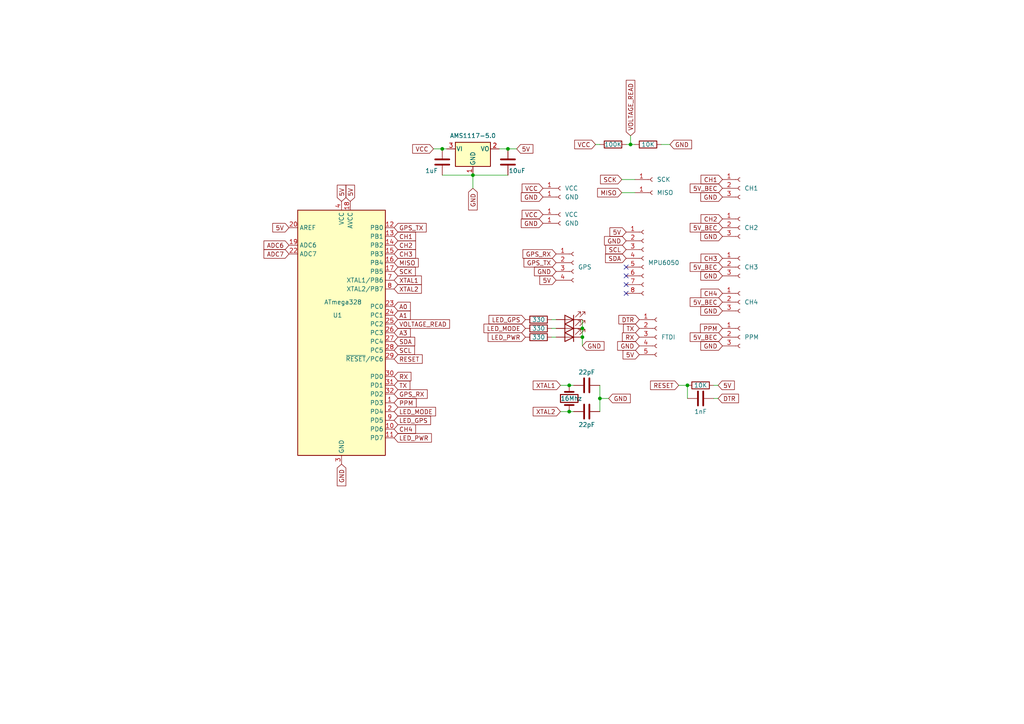
<source format=kicad_sch>
(kicad_sch (version 20211123) (generator eeschema)
  (paper "A4")
  (lib_symbols
    (symbol "Connector:Conn_01x01_Female" (pin_names (offset 1.016) hide)
      (property "Reference" "J" (at 0 2.54 0))
      (property "Value" "Conn_01x01_Female" (at 0 -2.54 0))
      (symbol "Conn_01x01_Female_1_1"
        (polyline (pts (xy -1.27 0) (xy -0.508 0)) (stroke (width 0.1524)))
        (arc (start 0 0.508) (mid -0.508 0) (end 0 -0.508) (stroke (width 0.1524)))
        (pin passive line (at -5.08 0 0) (length 3.81) (name "Pin_1") (number "1"))
      )
    )
    (symbol "Connector:Conn_01x03_Female" (pin_names (offset 1.016) hide)
      (property "Reference" "J" (at 0 5.08 0))
      (property "Value" "Conn_01x03_Female" (at 0 -5.08 0))
      (symbol "Conn_01x03_Female_1_1"
        (arc (start 0 -2.032) (mid -0.508 -2.54) (end 0 -3.048) (stroke (width 0.1524)))
        (polyline (pts (xy -1.27 -2.54) (xy -0.508 -2.54)) (stroke (width 0.1524)))
        (polyline (pts (xy -1.27 0) (xy -0.508 0)) (stroke (width 0.1524)))
        (polyline (pts (xy -1.27 2.54) (xy -0.508 2.54)) (stroke (width 0.1524)))
        (arc (start 0 0.508) (mid -0.508 0) (end 0 -0.508) (stroke (width 0.1524)))
        (arc (start 0 3.048) (mid -0.508 2.54) (end 0 2.032) (stroke (width 0.1524)))
        (pin passive line (at -5.08 2.54 0) (length 3.81) (name "Pin_1") (number "1"))
        (pin passive line (at -5.08 0 0) (length 3.81) (name "Pin_2") (number "2"))
        (pin passive line (at -5.08 -2.54 0) (length 3.81) (name "Pin_3") (number "3"))
      )
    )
    (symbol "Connector:Conn_01x04_Female" (pin_names (offset 1.016) hide)
      (property "Reference" "J" (at 0 5.08 0))
      (property "Value" "Conn_01x04_Female" (at 0 -7.62 0))
      (symbol "Conn_01x04_Female_1_1"
        (arc (start 0 -4.572) (mid -0.508 -5.08) (end 0 -5.588) (stroke (width 0.1524)))
        (arc (start 0 -2.032) (mid -0.508 -2.54) (end 0 -3.048) (stroke (width 0.1524)))
        (polyline (pts (xy -1.27 -5.08) (xy -0.508 -5.08)) (stroke (width 0.1524)))
        (polyline (pts (xy -1.27 -2.54) (xy -0.508 -2.54)) (stroke (width 0.1524)))
        (polyline (pts (xy -1.27 0) (xy -0.508 0)) (stroke (width 0.1524)))
        (polyline (pts (xy -1.27 2.54) (xy -0.508 2.54)) (stroke (width 0.1524)))
        (arc (start 0 0.508) (mid -0.508 0) (end 0 -0.508) (stroke (width 0.1524)))
        (arc (start 0 3.048) (mid -0.508 2.54) (end 0 2.032) (stroke (width 0.1524)))
        (pin passive line (at -5.08 2.54 0) (length 3.81) (name "Pin_1") (number "1"))
        (pin passive line (at -5.08 0 0) (length 3.81) (name "Pin_2") (number "2"))
        (pin passive line (at -5.08 -2.54 0) (length 3.81) (name "Pin_3") (number "3"))
        (pin passive line (at -5.08 -5.08 0) (length 3.81) (name "Pin_4") (number "4"))
      )
    )
    (symbol "Connector:Conn_01x05_Female" (pin_names (offset 1.016) hide)
      (property "Reference" "J" (at 0 7.62 0))
      (property "Value" "Conn_01x05_Female" (at 0 -7.62 0))
      (symbol "Conn_01x05_Female_1_1"
        (arc (start 0 -4.572) (mid -0.508 -5.08) (end 0 -5.588) (stroke (width 0.1524)))
        (arc (start 0 -2.032) (mid -0.508 -2.54) (end 0 -3.048) (stroke (width 0.1524)))
        (polyline (pts (xy -1.27 -5.08) (xy -0.508 -5.08)) (stroke (width 0.1524)))
        (polyline (pts (xy -1.27 -2.54) (xy -0.508 -2.54)) (stroke (width 0.1524)))
        (polyline (pts (xy -1.27 0) (xy -0.508 0)) (stroke (width 0.1524)))
        (polyline (pts (xy -1.27 2.54) (xy -0.508 2.54)) (stroke (width 0.1524)))
        (polyline (pts (xy -1.27 5.08) (xy -0.508 5.08)) (stroke (width 0.1524)))
        (arc (start 0 0.508) (mid -0.508 0) (end 0 -0.508) (stroke (width 0.1524)))
        (arc (start 0 3.048) (mid -0.508 2.54) (end 0 2.032) (stroke (width 0.1524)))
        (arc (start 0 5.588) (mid -0.508 5.08) (end 0 4.572) (stroke (width 0.1524)))
        (pin passive line (at -5.08 5.08 0) (length 3.81) (name "Pin_1") (number "1"))
        (pin passive line (at -5.08 2.54 0) (length 3.81) (name "Pin_2") (number "2"))
        (pin passive line (at -5.08 0 0) (length 3.81) (name "Pin_3") (number "3"))
        (pin passive line (at -5.08 -2.54 0) (length 3.81) (name "Pin_4") (number "4"))
        (pin passive line (at -5.08 -5.08 0) (length 3.81) (name "Pin_5") (number "5"))
      )
    )
    (symbol "Connector:Conn_01x08_Female" (pin_names (offset 1.016) hide)
      (property "Reference" "J" (at 0 10.16 0))
      (property "Value" "Conn_01x08_Female" (at 0 -12.7 0))
      (symbol "Conn_01x08_Female_1_1"
        (arc (start 0 -9.652) (mid -0.508 -10.16) (end 0 -10.668) (stroke (width 0.1524)))
        (arc (start 0 -7.112) (mid -0.508 -7.62) (end 0 -8.128) (stroke (width 0.1524)))
        (arc (start 0 -4.572) (mid -0.508 -5.08) (end 0 -5.588) (stroke (width 0.1524)))
        (arc (start 0 -2.032) (mid -0.508 -2.54) (end 0 -3.048) (stroke (width 0.1524)))
        (polyline (pts (xy -1.27 -10.16) (xy -0.508 -10.16)) (stroke (width 0.1524)))
        (polyline (pts (xy -1.27 -7.62) (xy -0.508 -7.62)) (stroke (width 0.1524)))
        (polyline (pts (xy -1.27 -5.08) (xy -0.508 -5.08)) (stroke (width 0.1524)))
        (polyline (pts (xy -1.27 -2.54) (xy -0.508 -2.54)) (stroke (width 0.1524)))
        (polyline (pts (xy -1.27 0) (xy -0.508 0)) (stroke (width 0.1524)))
        (polyline (pts (xy -1.27 2.54) (xy -0.508 2.54)) (stroke (width 0.1524)))
        (polyline (pts (xy -1.27 5.08) (xy -0.508 5.08)) (stroke (width 0.1524)))
        (polyline (pts (xy -1.27 7.62) (xy -0.508 7.62)) (stroke (width 0.1524)))
        (arc (start 0 0.508) (mid -0.508 0) (end 0 -0.508) (stroke (width 0.1524)))
        (arc (start 0 3.048) (mid -0.508 2.54) (end 0 2.032) (stroke (width 0.1524)))
        (arc (start 0 5.588) (mid -0.508 5.08) (end 0 4.572) (stroke (width 0.1524)))
        (arc (start 0 8.128) (mid -0.508 7.62) (end 0 7.112) (stroke (width 0.1524)))
        (pin passive line (at -5.08 7.62 0) (length 3.81) (name "Pin_1") (number "1"))
        (pin passive line (at -5.08 5.08 0) (length 3.81) (name "Pin_2") (number "2"))
        (pin passive line (at -5.08 2.54 0) (length 3.81) (name "Pin_3") (number "3"))
        (pin passive line (at -5.08 0 0) (length 3.81) (name "Pin_4") (number "4"))
        (pin passive line (at -5.08 -2.54 0) (length 3.81) (name "Pin_5") (number "5"))
        (pin passive line (at -5.08 -5.08 0) (length 3.81) (name "Pin_6") (number "6"))
        (pin passive line (at -5.08 -7.62 0) (length 3.81) (name "Pin_7") (number "7"))
        (pin passive line (at -5.08 -10.16 0) (length 3.81) (name "Pin_8") (number "8"))
      )
    )
    (symbol "Device:C" (pin_numbers hide) (pin_names (offset 0.254))
      (property "Reference" "C" (at 0.635 2.54 0))
      (property "Value" "C" (at 0.635 -2.54 0))
      (symbol "C_0_1"
        (polyline (pts (xy -2.032 -0.762) (xy 2.032 -0.762)) (stroke (width 0.508)))
        (polyline (pts (xy -2.032 0.762) (xy 2.032 0.762)) (stroke (width 0.508)))
      )
      (symbol "C_1_1"
        (pin passive line (at 0 3.81 270) (length 2.794) (name "~") (number "1"))
        (pin passive line (at 0 -3.81 90) (length 2.794) (name "~") (number "2"))
      )
    )
    (symbol "Device:Crystal" (pin_numbers hide) (pin_names (offset 1.016) hide)
      (property "Reference" "Y" (at 0 3.81 0))
      (property "Value" "Crystal" (at 0 -3.81 0))
      (symbol "Crystal_0_1"
        (rectangle (start -1.143 2.54) (end 1.143 -2.54) (stroke (width 0.3048)))
        (polyline (pts (xy -2.54 0) (xy -1.905 0)))
        (polyline (pts (xy -1.905 -1.27) (xy -1.905 1.27)) (stroke (width 0.508)))
        (polyline (pts (xy 1.905 -1.27) (xy 1.905 1.27)) (stroke (width 0.508)))
        (polyline (pts (xy 2.54 0) (xy 1.905 0)))
      )
      (symbol "Crystal_1_1"
        (pin passive line (at -3.81 0 0) (length 1.27) (name "1") (number "1"))
        (pin passive line (at 3.81 0 180) (length 1.27) (name "2") (number "2"))
      )
    )
    (symbol "Device:LED" (pin_numbers hide) (pin_names (offset 1.016) hide)
      (property "Reference" "D" (at 0 2.54 0))
      (property "Value" "LED" (at 0 -2.54 0))
      (symbol "LED_0_1"
        (polyline (pts (xy -1.27 -1.27) (xy -1.27 1.27)) (stroke (width 0.254)))
        (polyline (pts (xy -1.27 0) (xy 1.27 0)))
        (polyline (pts (xy 1.27 -1.27) (xy 1.27 1.27) (xy -1.27 0) (xy 1.27 -1.27)) (stroke (width 0.254)))
        (polyline (pts (xy -3.048 -0.762) (xy -4.572 -2.286) (xy -3.81 -2.286) (xy -4.572 -2.286) (xy -4.572 -1.524)))
        (polyline (pts (xy -1.778 -0.762) (xy -3.302 -2.286) (xy -2.54 -2.286) (xy -3.302 -2.286) (xy -3.302 -1.524)))
      )
      (symbol "LED_1_1"
        (pin passive line (at -3.81 0 0) (length 2.54) (name "K") (number "1"))
        (pin passive line (at 3.81 0 180) (length 2.54) (name "A") (number "2"))
      )
    )
    (symbol "Device:R" (pin_numbers hide) (pin_names (offset 0))
      (property "Reference" "R" (at 2.032 0 90))
      (property "Value" "R" (at 0 0 90))
      (symbol "R_0_1"
        (rectangle (start -1.016 -2.54) (end 1.016 2.54) (stroke (width 0.254)))
      )
      (symbol "R_1_1"
        (pin passive line (at 0 3.81 270) (length 1.27) (name "~") (number "1"))
        (pin passive line (at 0 -3.81 90) (length 1.27) (name "~") (number "2"))
      )
    )
    (symbol "MCU_Microchip_ATmega:ATmega328-A"
      (property "Reference" "U" (at -12.7 36.83 0))
      (property "Value" "ATmega328-A" (at 2.54 -36.83 0))
      (symbol "ATmega328-A_0_1"
        (rectangle (start -12.7 -35.56) (end 12.7 35.56) (stroke (width 0.254)) (fill (type background)))
      )
      (symbol "ATmega328-A_1_1"
        (pin bidirectional line (at 15.24 -20.32 180) (length 2.54) (name "PD3") (number "1"))
        (pin bidirectional line (at 15.24 -27.94 180) (length 2.54) (name "PD6") (number "10"))
        (pin bidirectional line (at 15.24 -30.48 180) (length 2.54) (name "PD7") (number "11"))
        (pin bidirectional line (at 15.24 30.48 180) (length 2.54) (name "PB0") (number "12"))
        (pin bidirectional line (at 15.24 27.94 180) (length 2.54) (name "PB1") (number "13"))
        (pin bidirectional line (at 15.24 25.4 180) (length 2.54) (name "PB2") (number "14"))
        (pin bidirectional line (at 15.24 22.86 180) (length 2.54) (name "PB3") (number "15"))
        (pin bidirectional line (at 15.24 20.32 180) (length 2.54) (name "PB4") (number "16"))
        (pin bidirectional line (at 15.24 17.78 180) (length 2.54) (name "PB5") (number "17"))
        (pin power_in line (at 2.54 38.1 270) (length 2.54) (name "AVCC") (number "18"))
        (pin input line (at -15.24 25.4 0) (length 2.54) (name "ADC6") (number "19"))
        (pin bidirectional line (at 15.24 -22.86 180) (length 2.54) (name "PD4") (number "2"))
        (pin passive line (at -15.24 30.48 0) (length 2.54) (name "AREF") (number "20"))
        (pin passive line (at 0 -38.1 90) (length 2.54) hide (name "GND") (number "21"))
        (pin input line (at -15.24 22.86 0) (length 2.54) (name "ADC7") (number "22"))
        (pin bidirectional line (at 15.24 7.62 180) (length 2.54) (name "PC0") (number "23"))
        (pin bidirectional line (at 15.24 5.08 180) (length 2.54) (name "PC1") (number "24"))
        (pin bidirectional line (at 15.24 2.54 180) (length 2.54) (name "PC2") (number "25"))
        (pin bidirectional line (at 15.24 0 180) (length 2.54) (name "PC3") (number "26"))
        (pin bidirectional line (at 15.24 -2.54 180) (length 2.54) (name "PC4") (number "27"))
        (pin bidirectional line (at 15.24 -5.08 180) (length 2.54) (name "PC5") (number "28"))
        (pin bidirectional line (at 15.24 -7.62 180) (length 2.54) (name "~{RESET}/PC6") (number "29"))
        (pin power_in line (at 0 -38.1 90) (length 2.54) (name "GND") (number "3"))
        (pin bidirectional line (at 15.24 -12.7 180) (length 2.54) (name "PD0") (number "30"))
        (pin bidirectional line (at 15.24 -15.24 180) (length 2.54) (name "PD1") (number "31"))
        (pin bidirectional line (at 15.24 -17.78 180) (length 2.54) (name "PD2") (number "32"))
        (pin power_in line (at 0 38.1 270) (length 2.54) (name "VCC") (number "4"))
        (pin passive line (at 0 -38.1 90) (length 2.54) hide (name "GND") (number "5"))
        (pin passive line (at 0 38.1 270) (length 2.54) hide (name "VCC") (number "6"))
        (pin bidirectional line (at 15.24 15.24 180) (length 2.54) (name "XTAL1/PB6") (number "7"))
        (pin bidirectional line (at 15.24 12.7 180) (length 2.54) (name "XTAL2/PB7") (number "8"))
        (pin bidirectional line (at 15.24 -25.4 180) (length 2.54) (name "PD5") (number "9"))
      )
    )
    (symbol "Regulator_Linear:AMS1117-5.0" (pin_names (offset 0.254))
      (property "Reference" "U" (at -3.81 3.175 0))
      (property "Value" "AMS1117-5.0" (at 0 3.175 0))
      (symbol "AMS1117-5.0_0_1"
        (rectangle (start -5.08 -5.08) (end 5.08 1.905) (stroke (width 0.254)) (fill (type background)))
      )
      (symbol "AMS1117-5.0_1_1"
        (pin power_in line (at 0 -7.62 90) (length 2.54) (name "GND") (number "1"))
        (pin power_out line (at 7.62 0 180) (length 2.54) (name "VO") (number "2"))
        (pin power_in line (at -7.62 0 0) (length 2.54) (name "VI") (number "3"))
      )
    )
  )
  (junction (at 128.27 43.18))
  (junction (at 137.16 50.8))
  (junction (at 199.39 111.76))
  (junction (at 168.91 97.79))
  (junction (at 165.1 119.38))
  (junction (at 168.91 95.25))
  (junction (at 182.88 41.91))
  (junction (at 173.99 115.57))
  (junction (at 165.1 111.76))
  (junction (at 147.32 43.18))
  (no_connect (at 181.61 77.47))
  (no_connect (at 181.61 80.01))
  (no_connect (at 181.61 85.09))
  (no_connect (at 181.61 82.55))
  (wire (pts (xy 147.32 43.18) (xy 149.86 43.18)))
  (wire (pts (xy 182.88 39.37) (xy 182.88 41.91)))
  (wire (pts (xy 162.56 119.38) (xy 165.1 119.38)))
  (wire (pts (xy 180.34 55.88) (xy 184.15 55.88)))
  (wire (pts (xy 168.91 97.79) (xy 168.91 100.33)))
  (wire (pts (xy 160.02 95.25) (xy 161.29 95.25)))
  (wire (pts (xy 182.88 41.91) (xy 184.15 41.91)))
  (wire (pts (xy 173.99 111.76) (xy 173.99 115.57)))
  (wire (pts (xy 173.99 115.57) (xy 173.99 119.38)))
  (wire (pts (xy 168.91 92.71) (xy 168.91 95.25)))
  (wire (pts (xy 181.61 41.91) (xy 182.88 41.91)))
  (wire (pts (xy 165.1 119.38) (xy 166.37 119.38)))
  (wire (pts (xy 137.16 50.8) (xy 147.32 50.8)))
  (wire (pts (xy 144.78 43.18) (xy 147.32 43.18)))
  (wire (pts (xy 191.77 41.91) (xy 194.31 41.91)))
  (wire (pts (xy 162.56 111.76) (xy 165.1 111.76)))
  (wire (pts (xy 172.72 41.91) (xy 173.99 41.91)))
  (wire (pts (xy 165.1 111.76) (xy 166.37 111.76)))
  (wire (pts (xy 160.02 92.71) (xy 161.29 92.71)))
  (wire (pts (xy 168.91 95.25) (xy 168.91 97.79)))
  (wire (pts (xy 160.02 97.79) (xy 161.29 97.79)))
  (wire (pts (xy 128.27 43.18) (xy 129.54 43.18)))
  (wire (pts (xy 196.85 111.76) (xy 199.39 111.76)))
  (wire (pts (xy 207.01 115.57) (xy 208.28 115.57)))
  (wire (pts (xy 173.99 115.57) (xy 176.53 115.57)))
  (wire (pts (xy 125.73 43.18) (xy 128.27 43.18)))
  (wire (pts (xy 137.16 50.8) (xy 137.16 54.61)))
  (wire (pts (xy 128.27 50.8) (xy 137.16 50.8)))
  (wire (pts (xy 180.34 52.07) (xy 184.15 52.07)))
  (wire (pts (xy 199.39 111.76) (xy 199.39 115.57)))
  (wire (pts (xy 208.28 111.76) (xy 207.01 111.76)))
  (global_label "GND" (shape input) (at 181.61 69.85 180) (property "Intersheet References" "${INTERSHEET_REFS}" (effects hide)))
  (global_label "CH3" (shape input) (at 209.55 74.93 180) (property "Intersheet References" "${INTERSHEET_REFS}" (effects hide)))
  (global_label "A0" (shape input) (at 114.3 88.9 0) (property "Intersheet References" "${INTERSHEET_REFS}" (effects hide)))
  (global_label "ADC6" (shape input) (at 83.82 71.12 180) (property "Intersheet References" "${INTERSHEET_REFS}" (effects hide)))
  (global_label "CH4" (shape input) (at 114.3 124.46 0) (property "Intersheet References" "${INTERSHEET_REFS}" (effects hide)))
  (global_label "CH3" (shape input) (at 114.3 73.66 0) (property "Intersheet References" "${INTERSHEET_REFS}" (effects hide)))
  (global_label "5V" (shape input) (at 185.42 102.87 180) (property "Intersheet References" "${INTERSHEET_REFS}" (effects hide)))
  (global_label "5V_BEC" (shape input) (at 209.55 87.63 180) (property "Intersheet References" "${INTERSHEET_REFS}" (effects hide)))
  (global_label "DTR" (shape input) (at 185.42 92.71 180) (property "Intersheet References" "${INTERSHEET_REFS}" (effects hide)))
  (global_label "XTAL2" (shape input) (at 114.3 83.82 0) (property "Intersheet References" "${INTERSHEET_REFS}" (effects hide)))
  (global_label "LED_PWR" (shape input) (at 114.3 127 0) (property "Intersheet References" "${INTERSHEET_REFS}" (effects hide)))
  (global_label "GND" (shape input) (at 168.91 100.33 0) (property "Intersheet References" "${INTERSHEET_REFS}" (effects hide)))
  (global_label "LED_MODE" (shape input) (at 114.3 119.38 0) (property "Intersheet References" "${INTERSHEET_REFS}" (effects hide)))
  (global_label "VCC" (shape input) (at 172.72 41.91 180) (property "Intersheet References" "${INTERSHEET_REFS}" (effects hide)))
  (global_label "VOLTAGE_READ" (shape input) (at 114.3 93.98 0) (property "Intersheet References" "${INTERSHEET_REFS}" (effects hide)))
  (global_label "CH4" (shape input) (at 209.55 85.09 180) (property "Intersheet References" "${INTERSHEET_REFS}" (effects hide)))
  (global_label "GND" (shape input) (at 157.48 64.77 180) (property "Intersheet References" "${INTERSHEET_REFS}" (effects hide)))
  (global_label "5V" (shape input) (at 181.61 67.31 180) (property "Intersheet References" "${INTERSHEET_REFS}" (effects hide)))
  (global_label "SDA" (shape input) (at 114.3 99.06 0) (property "Intersheet References" "${INTERSHEET_REFS}" (effects hide)))
  (global_label "RESET" (shape input) (at 114.3 104.14 0) (property "Intersheet References" "${INTERSHEET_REFS}" (effects hide)))
  (global_label "MISO" (shape input) (at 114.3 76.2 0) (property "Intersheet References" "${INTERSHEET_REFS}" (effects hide)))
  (global_label "VCC" (shape input) (at 125.73 43.18 180) (property "Intersheet References" "${INTERSHEET_REFS}" (effects hide)))
  (global_label "XTAL1" (shape input) (at 114.3 81.28 0) (property "Intersheet References" "${INTERSHEET_REFS}" (effects hide)))
  (global_label "CH1" (shape input) (at 209.55 52.07 180) (property "Intersheet References" "${INTERSHEET_REFS}" (effects hide)))
  (global_label "GND" (shape input) (at 209.55 80.01 180) (property "Intersheet References" "${INTERSHEET_REFS}" (effects hide)))
  (global_label "GND" (shape input) (at 99.06 134.62 270) (property "Intersheet References" "${INTERSHEET_REFS}" (effects hide)))
  (global_label "GND" (shape input) (at 194.31 41.91 0) (property "Intersheet References" "${INTERSHEET_REFS}" (effects hide)))
  (global_label "RX" (shape input) (at 185.42 97.79 180) (property "Intersheet References" "${INTERSHEET_REFS}" (effects hide)))
  (global_label "CH2" (shape input) (at 209.55 63.5 180) (property "Intersheet References" "${INTERSHEET_REFS}" (effects hide)))
  (global_label "GPS_RX" (shape input) (at 161.29 73.66 180) (property "Intersheet References" "${INTERSHEET_REFS}" (effects hide)))
  (global_label "PPM" (shape input) (at 114.3 116.84 0) (property "Intersheet References" "${INTERSHEET_REFS}" (effects hide)))
  (global_label "SCL" (shape input) (at 114.3 101.6 0) (property "Intersheet References" "${INTERSHEET_REFS}" (effects hide)))
  (global_label "5V" (shape input) (at 208.28 111.76 0) (property "Intersheet References" "${INTERSHEET_REFS}" (effects hide)))
  (global_label "GND" (shape input) (at 161.29 78.74 180) (property "Intersheet References" "${INTERSHEET_REFS}" (effects hide)))
  (global_label "5V" (shape input) (at 101.6 58.42 90) (property "Intersheet References" "${INTERSHEET_REFS}" (effects hide)))
  (global_label "SCK" (shape input) (at 180.34 52.07 180) (property "Intersheet References" "${INTERSHEET_REFS}" (effects hide)))
  (global_label "GND" (shape input) (at 137.16 54.61 270) (property "Intersheet References" "${INTERSHEET_REFS}" (effects hide)))
  (global_label "PPM" (shape input) (at 209.55 95.25 180) (property "Intersheet References" "${INTERSHEET_REFS}" (effects hide)))
  (global_label "SCL" (shape input) (at 181.61 72.39 180) (property "Intersheet References" "${INTERSHEET_REFS}" (effects hide)))
  (global_label "GND" (shape input) (at 209.55 68.58 180) (property "Intersheet References" "${INTERSHEET_REFS}" (effects hide)))
  (global_label "GND" (shape input) (at 209.55 57.15 180) (property "Intersheet References" "${INTERSHEET_REFS}" (effects hide)))
  (global_label "XTAL2" (shape input) (at 162.56 119.38 180) (property "Intersheet References" "${INTERSHEET_REFS}" (effects hide)))
  (global_label "5V" (shape input) (at 149.86 43.18 0) (property "Intersheet References" "${INTERSHEET_REFS}" (effects hide)))
  (global_label "XTAL1" (shape input) (at 162.56 111.76 180) (property "Intersheet References" "${INTERSHEET_REFS}" (effects hide)))
  (global_label "CH1" (shape input) (at 114.3 68.58 0) (property "Intersheet References" "${INTERSHEET_REFS}" (effects hide)))
  (global_label "GPS_RX" (shape input) (at 114.3 114.3 0) (property "Intersheet References" "${INTERSHEET_REFS}" (effects hide)))
  (global_label "GND" (shape input) (at 185.42 100.33 180) (property "Intersheet References" "${INTERSHEET_REFS}" (effects hide)))
  (global_label "5V" (shape input) (at 99.06 58.42 90) (property "Intersheet References" "${INTERSHEET_REFS}" (effects hide)))
  (global_label "GND" (shape input) (at 209.55 90.17 180) (property "Intersheet References" "${INTERSHEET_REFS}" (effects hide)))
  (global_label "LED_MODE" (shape input) (at 152.4 95.25 180) (property "Intersheet References" "${INTERSHEET_REFS}" (effects hide)))
  (global_label "5V" (shape input) (at 161.29 81.28 180) (property "Intersheet References" "${INTERSHEET_REFS}" (effects hide)))
  (global_label "5V_BEC" (shape input) (at 209.55 66.04 180) (property "Intersheet References" "${INTERSHEET_REFS}" (effects hide)))
  (global_label "CH2" (shape input) (at 114.3 71.12 0) (property "Intersheet References" "${INTERSHEET_REFS}" (effects hide)))
  (global_label "VCC" (shape input) (at 157.48 62.23 180) (property "Intersheet References" "${INTERSHEET_REFS}" (effects hide)))
  (global_label "RX" (shape input) (at 114.3 109.22 0) (property "Intersheet References" "${INTERSHEET_REFS}" (effects hide)))
  (global_label "SCK" (shape input) (at 114.3 78.74 0) (property "Intersheet References" "${INTERSHEET_REFS}" (effects hide)))
  (global_label "LED_GPS" (shape input) (at 114.3 121.92 0) (property "Intersheet References" "${INTERSHEET_REFS}" (effects hide)))
  (global_label "VCC" (shape input) (at 157.48 54.61 180) (property "Intersheet References" "${INTERSHEET_REFS}" (effects hide)))
  (global_label "DTR" (shape input) (at 208.28 115.57 0) (property "Intersheet References" "${INTERSHEET_REFS}" (effects hide)))
  (global_label "5V" (shape input) (at 83.82 66.04 180) (property "Intersheet References" "${INTERSHEET_REFS}" (effects hide)))
  (global_label "ADC7" (shape input) (at 83.82 73.66 180) (property "Intersheet References" "${INTERSHEET_REFS}" (effects hide)))
  (global_label "A1" (shape input) (at 114.3 91.44 0) (property "Intersheet References" "${INTERSHEET_REFS}" (effects hide)))
  (global_label "GND" (shape input) (at 176.53 115.57 0) (property "Intersheet References" "${INTERSHEET_REFS}" (effects hide)))
  (global_label "A3" (shape input) (at 114.3 96.52 0) (property "Intersheet References" "${INTERSHEET_REFS}" (effects hide)))
  (global_label "TX" (shape input) (at 114.3 111.76 0) (property "Intersheet References" "${INTERSHEET_REFS}" (effects hide)))
  (global_label "MISO" (shape input) (at 180.34 55.88 180) (property "Intersheet References" "${INTERSHEET_REFS}" (effects hide)))
  (global_label "LED_PWR" (shape input) (at 152.4 97.79 180) (property "Intersheet References" "${INTERSHEET_REFS}" (effects hide)))
  (global_label "GND" (shape input) (at 157.48 57.15 180) (property "Intersheet References" "${INTERSHEET_REFS}" (effects hide)))
  (global_label "5V_BEC" (shape input) (at 209.55 97.79 180) (property "Intersheet References" "${INTERSHEET_REFS}" (effects hide)))
  (global_label "5V_BEC" (shape input) (at 209.55 54.61 180) (property "Intersheet References" "${INTERSHEET_REFS}" (effects hide)))
  (global_label "GND" (shape input) (at 209.55 100.33 180) (property "Intersheet References" "${INTERSHEET_REFS}" (effects hide)))
  (global_label "TX" (shape input) (at 185.42 95.25 180) (property "Intersheet References" "${INTERSHEET_REFS}" (effects hide)))
  (global_label "GPS_TX" (shape input) (at 114.3 66.04 0) (property "Intersheet References" "${INTERSHEET_REFS}" (effects hide)))
  (global_label "RESET" (shape input) (at 196.85 111.76 180) (property "Intersheet References" "${INTERSHEET_REFS}" (effects hide)))
  (global_label "LED_GPS" (shape input) (at 152.4 92.71 180) (property "Intersheet References" "${INTERSHEET_REFS}" (effects hide)))
  (global_label "5V_BEC" (shape input) (at 209.55 77.47 180) (property "Intersheet References" "${INTERSHEET_REFS}" (effects hide)))
  (global_label "VOLTAGE_READ" (shape input) (at 182.88 39.37 90) (property "Intersheet References" "${INTERSHEET_REFS}" (effects hide)))
  (global_label "SDA" (shape input) (at 181.61 74.93 180) (property "Intersheet References" "${INTERSHEET_REFS}" (effects hide)))
  (global_label "GPS_TX" (shape input) (at 161.29 76.2 180) (property "Intersheet References" "${INTERSHEET_REFS}" (effects hide)))
  (symbol (lib_id "Device:LED") (at 165.1 95.25 180) (unit 1)
    (property "Reference" "D2" (effects hide))
    (property "Value" "MODE" (effects hide))
    (property "Footprint" "LED_SMD:LED_0805_2012Metric" (effects hide))
  )
  (symbol (lib_id "Connector:Conn_01x03_Female") (at 214.63 66.04 0) (unit 1)
    (property "Reference" "J2" (effects hide))
    (property "Value" "CH2" (at 215.9 66.0399 0) (effects (justify left)))
    (property "Footprint" "Connector_PinHeader_2.54mm:PinHeader_1x03_P2.54mm_Vertical" (effects hide))
  )
  (symbol (lib_id "Device:C") (at 170.18 111.76 90) (unit 1)
    (property "Reference" "C1" (effects hide))
    (property "Value" "22pF" (at 170.18 107.95 90))
    (property "Footprint" "Capacitor_SMD:C_0805_2012Metric" (effects hide))
  )
  (symbol (lib_id "Connector:Conn_01x03_Female") (at 214.63 54.61 0) (unit 1)
    (property "Reference" "J1" (effects hide))
    (property "Value" "CH1" (at 215.9 54.6099 0) (effects (justify left)))
    (property "Footprint" "Connector_PinHeader_2.54mm:PinHeader_1x03_P2.54mm_Vertical" (effects hide))
  )
  (symbol (lib_id "Device:R") (at 156.21 92.71 90) (unit 1)
    (property "Reference" "R2" (effects hide))
    (property "Value" "330" (at 156.21 92.71 90))
    (property "Footprint" "Resistor_SMD:R_0805_2012Metric" (effects hide))
  )
  (symbol (lib_id "Connector:Conn_01x01_Female") (at 162.56 64.77 0) (unit 1)
    (property "Reference" "J10" (effects hide))
    (property "Value" "GND" (at 163.83 64.7699 0) (effects (justify left)))
    (property "Footprint" "TestPoint:TestPoint_Pad_4.0x4.0mm" (effects hide))
  )
  (symbol (lib_id "Connector:Conn_01x01_Female") (at 189.23 55.88 0) (unit 1)
    (property "Reference" "J12" (effects hide))
    (property "Value" "MISO" (at 190.5 55.8799 0) (effects (justify left)))
    (property "Footprint" "TestPoint:TestPoint_Pad_1.0x1.0mm" (effects hide))
  )
  (symbol (lib_id "Connector:Conn_01x05_Female") (at 190.5 97.79 0) (unit 1)
    (property "Reference" "J4" (effects hide))
    (property "Value" "FTDI" (at 191.77 97.7899 0) (effects (justify left)))
    (property "Footprint" "Connector_PinHeader_2.54mm:PinHeader_1x05_P2.54mm_Vertical" (effects hide))
  )
  (symbol (lib_id "Device:C") (at 128.27 46.99 180) (unit 1)
    (property "Reference" "C4" (effects hide))
    (property "Value" "1uF" (at 127 49.53 0) (effects (justify left)))
    (property "Footprint" "Capacitor_SMD:C_0805_2012Metric" (effects hide))
  )
  (symbol (lib_id "MCU_Microchip_ATmega:ATmega328-A") (at 99.06 96.52 0) (unit 1)
    (property "Reference" "U1" (at 96.52 91.44 0) (effects (justify left)))
    (property "Value" "ATmega328" (at 93.98 87.63 0) (effects (justify left)))
    (property "Footprint" "Package_QFP:TQFP-32_7x7mm_P0.8mm" (effects hide))
    (property "Datasheet" "http://ww1.microchip.com/downloads/en/DeviceDoc/ATmega328_P%20AVR%20MCU%20with%20picoPower%20Technology%20Data%20Sheet%2040001984A.pdf" (effects hide))
  )
  (symbol (lib_id "Connector:Conn_01x08_Female") (at 186.69 74.93 0) (unit 1)
    (property "Reference" "J3" (effects hide))
    (property "Value" "MPU6050" (at 187.96 76.1999 0) (effects (justify left)))
    (property "Footprint" "Connector_PinHeader_2.54mm:PinHeader_1x08_P2.54mm_Vertical" (effects hide))
  )
  (symbol (lib_id "Device:R") (at 203.2 111.76 90) (unit 1)
    (property "Reference" "R1" (effects hide))
    (property "Value" "10K" (at 203.2 111.76 90))
    (property "Footprint" "Resistor_SMD:R_0805_2012Metric" (effects hide))
  )
  (symbol (lib_id "Connector:Conn_01x01_Female") (at 162.56 57.15 0) (unit 1)
    (property "Reference" "J14" (effects hide))
    (property "Value" "GND" (at 163.83 57.1499 0) (effects (justify left)))
    (property "Footprint" "TestPoint:TestPoint_Pad_4.0x4.0mm" (effects hide))
  )
  (symbol (lib_id "Device:R") (at 177.8 41.91 90) (unit 1)
    (property "Reference" "R5" (effects hide))
    (property "Value" "100K" (at 177.8 41.91 90))
    (property "Footprint" "Resistor_SMD:R_0805_2012Metric" (effects hide))
  )
  (symbol (lib_id "Connector:Conn_01x01_Female") (at 162.56 54.61 0) (unit 1)
    (property "Reference" "J13" (effects hide))
    (property "Value" "VCC" (at 163.83 54.6099 0) (effects (justify left)))
    (property "Footprint" "TestPoint:TestPoint_Pad_4.0x4.0mm" (effects hide))
  )
  (symbol (lib_id "Connector:Conn_01x03_Female") (at 214.63 87.63 0) (unit 1)
    (property "Reference" "J9" (effects hide))
    (property "Value" "CH4" (at 215.9 87.6299 0) (effects (justify left)))
    (property "Footprint" "Connector_PinHeader_2.54mm:PinHeader_1x03_P2.54mm_Vertical" (effects hide))
  )
  (symbol (lib_id "Connector:Conn_01x01_Female") (at 162.56 62.23 0) (unit 1)
    (property "Reference" "J5" (effects hide))
    (property "Value" "VCC" (at 163.83 62.2299 0) (effects (justify left)))
    (property "Footprint" "TestPoint:TestPoint_Pad_4.0x4.0mm" (effects hide))
  )
  (symbol (lib_id "Device:R") (at 187.96 41.91 90) (unit 1)
    (property "Reference" "R6" (effects hide))
    (property "Value" "10K" (at 187.96 41.91 90))
    (property "Footprint" "Resistor_SMD:R_0805_2012Metric" (effects hide))
  )
  (symbol (lib_id "Device:LED") (at 165.1 97.79 180) (unit 1)
    (property "Reference" "D3" (effects hide))
    (property "Value" "PWR" (effects hide))
    (property "Footprint" "LED_SMD:LED_0805_2012Metric" (effects hide))
  )
  (symbol (lib_id "Device:C") (at 147.32 46.99 180) (unit 1)
    (property "Reference" "C5" (effects hide))
    (property "Value" "10uF" (at 152.4 49.53 0) (effects (justify left)))
    (property "Footprint" "Capacitor_SMD:C_0805_2012Metric" (effects hide))
  )
  (symbol (lib_id "Connector:Conn_01x01_Female") (at 189.23 52.07 0) (unit 1)
    (property "Reference" "J11" (effects hide))
    (property "Value" "SCK" (at 190.5 52.0699 0) (effects (justify left)))
    (property "Footprint" "TestPoint:TestPoint_Pad_1.0x1.0mm" (effects hide))
  )
  (symbol (lib_id "Device:LED") (at 165.1 92.71 180) (unit 1)
    (property "Reference" "D1" (effects hide))
    (property "Value" "GPS" (effects hide))
    (property "Footprint" "LED_SMD:LED_0805_2012Metric" (effects hide))
  )
  (symbol (lib_id "Regulator_Linear:AMS1117-5.0") (at 137.16 43.18 0) (unit 1)
    (property "Reference" "U3" (effects hide))
    (property "Value" "AMS1117-5.0" (at 137.16 39.37 0))
    (property "Footprint" "Package_TO_SOT_SMD:SOT-223-3_TabPin2" (effects hide))
    (property "Datasheet" "http://www.advanced-monolithic.com/pdf/ds1117.pdf" (effects hide))
  )
  (symbol (lib_id "Device:C") (at 170.18 119.38 90) (unit 1)
    (property "Reference" "C2" (effects hide))
    (property "Value" "22pF" (at 170.18 123.19 90))
    (property "Footprint" "Capacitor_SMD:C_0805_2012Metric" (effects hide))
  )
  (symbol (lib_id "Connector:Conn_01x04_Female") (at 166.37 76.2 0) (unit 1)
    (property "Reference" "J8" (effects hide))
    (property "Value" "GPS" (at 167.64 77.4699 0) (effects (justify left)))
    (property "Footprint" "Connector_PinHeader_2.54mm:PinHeader_1x04_P2.54mm_Vertical" (effects hide))
  )
  (symbol (lib_id "Connector:Conn_01x03_Female") (at 214.63 97.79 0) (unit 1)
    (property "Reference" "J7" (effects hide))
    (property "Value" "PPM" (at 215.9 97.7899 0) (effects (justify left)))
    (property "Footprint" "Connector_PinHeader_2.54mm:PinHeader_1x03_P2.54mm_Vertical" (effects hide))
  )
  (symbol (lib_id "Device:R") (at 156.21 97.79 90) (unit 1)
    (property "Reference" "R4" (effects hide))
    (property "Value" "330" (at 156.21 97.79 90))
    (property "Footprint" "Resistor_SMD:R_0805_2012Metric" (effects hide))
  )
  (symbol (lib_id "Device:C") (at 203.2 115.57 90) (unit 1)
    (property "Reference" "C3" (effects hide))
    (property "Value" "1nF" (at 203.2 119.38 90))
    (property "Footprint" "Capacitor_SMD:C_0805_2012Metric" (effects hide))
  )
  (symbol (lib_id "Device:R") (at 156.21 95.25 90) (unit 1)
    (property "Reference" "R3" (effects hide))
    (property "Value" "330" (at 156.21 95.25 90))
    (property "Footprint" "Resistor_SMD:R_0805_2012Metric" (effects hide))
  )
  (symbol (lib_id "Connector:Conn_01x03_Female") (at 214.63 77.47 0) (unit 1)
    (property "Reference" "J6" (effects hide))
    (property "Value" "CH3" (at 215.9 77.4699 0) (effects (justify left)))
    (property "Footprint" "Connector_PinHeader_2.54mm:PinHeader_1x03_P2.54mm_Vertical" (effects hide))
  )
  (symbol (lib_id "Device:Crystal") (at 165.1 115.57 90) (unit 1)
    (property "Reference" "Y1" (effects hide))
    (property "Value" "16Mhz" (at 162.56 115.57 90) (effects (justify right)))
    (property "Footprint" "Crystal:Crystal_SMD_HC49-SD" (effects hide))
  )
)
</source>
